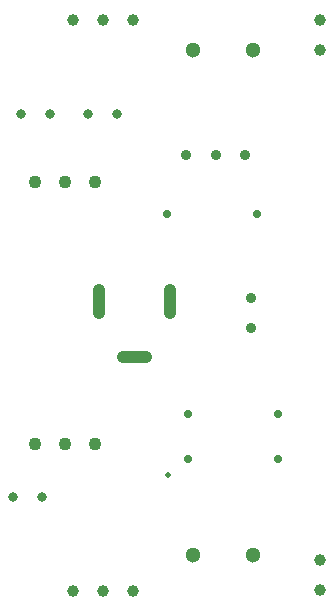
<source format=gbr>
%TF.GenerationSoftware,KiCad,Pcbnew,9.0.5*%
%TF.CreationDate,2025-11-24T13:01:13-08:00*%
%TF.ProjectId,project2_breadboard_power_supply,70726f6a-6563-4743-925f-627265616462,rev?*%
%TF.SameCoordinates,Original*%
%TF.FileFunction,Plated,1,2,PTH,Mixed*%
%TF.FilePolarity,Positive*%
%FSLAX46Y46*%
G04 Gerber Fmt 4.6, Leading zero omitted, Abs format (unit mm)*
G04 Created by KiCad (PCBNEW 9.0.5) date 2025-11-24 13:01:13*
%MOMM*%
%LPD*%
G01*
G04 APERTURE LIST*
%TA.AperFunction,ViaDrill*%
%ADD10C,0.500000*%
%TD*%
%TA.AperFunction,ComponentDrill*%
%ADD11C,0.700000*%
%TD*%
%TA.AperFunction,ComponentDrill*%
%ADD12C,0.800000*%
%TD*%
%TA.AperFunction,ComponentDrill*%
%ADD13C,0.900000*%
%TD*%
%TA.AperFunction,ComponentDrill*%
%ADD14C,1.000000*%
%TD*%
G04 aperture for slot hole*
%TA.AperFunction,ComponentDrill*%
%ADD15C,1.000000*%
%TD*%
%TA.AperFunction,ComponentDrill*%
%ADD16C,1.100000*%
%TD*%
%TA.AperFunction,ComponentDrill*%
%ADD17C,1.300000*%
%TD*%
G04 APERTURE END LIST*
D10*
X157327600Y-126746000D03*
D11*
%TO.C,R1*%
X157226000Y-104648000D03*
%TO.C,R3*%
X158945000Y-121602500D03*
%TO.C,R2*%
X158945000Y-125412500D03*
%TO.C,R1*%
X164846000Y-104648000D03*
%TO.C,R3*%
X166565000Y-121602500D03*
%TO.C,R2*%
X166565000Y-125412500D03*
D12*
%TO.C,C2*%
X144140000Y-128587500D03*
%TO.C,C3*%
X144815000Y-96202500D03*
%TO.C,C2*%
X146640000Y-128587500D03*
%TO.C,C3*%
X147315000Y-96202500D03*
%TO.C,C1*%
X150490000Y-96202500D03*
X152990000Y-96202500D03*
D13*
%TO.C,S1*%
X158845000Y-99695000D03*
X161345000Y-99695000D03*
X163845000Y-99695000D03*
%TO.C,D1*%
X164305000Y-111760000D03*
X164305000Y-114300000D03*
D14*
%TO.C,J3*%
X149220000Y-88260000D03*
%TO.C,J7*%
X149225000Y-136535000D03*
D15*
%TO.C,J1*%
X151460000Y-113077500D02*
X151460000Y-111077500D01*
D14*
%TO.C,J3*%
X151760000Y-88260000D03*
%TO.C,J7*%
X151765000Y-136535000D03*
%TO.C,J3*%
X154300000Y-88260000D03*
%TO.C,J7*%
X154305000Y-136535000D03*
D15*
%TO.C,J1*%
X155460000Y-116777500D02*
X153460000Y-116777500D01*
X157460000Y-113077500D02*
X157460000Y-111077500D01*
D14*
%TO.C,J4*%
X170180000Y-88260000D03*
X170180000Y-90800000D03*
%TO.C,J6*%
X170180000Y-133980000D03*
X170180000Y-136520000D03*
D16*
%TO.C,U2*%
X146045000Y-101917500D03*
%TO.C,U1*%
X146045000Y-124142500D03*
%TO.C,U2*%
X148585000Y-101917500D03*
%TO.C,U1*%
X148585000Y-124142500D03*
%TO.C,U2*%
X151125000Y-101917500D03*
%TO.C,U1*%
X151125000Y-124142500D03*
D17*
%TO.C,J2*%
X159385000Y-90805000D03*
%TO.C,J5*%
X159385000Y-133540000D03*
%TO.C,J2*%
X164465000Y-90805000D03*
%TO.C,J5*%
X164465000Y-133540000D03*
M02*

</source>
